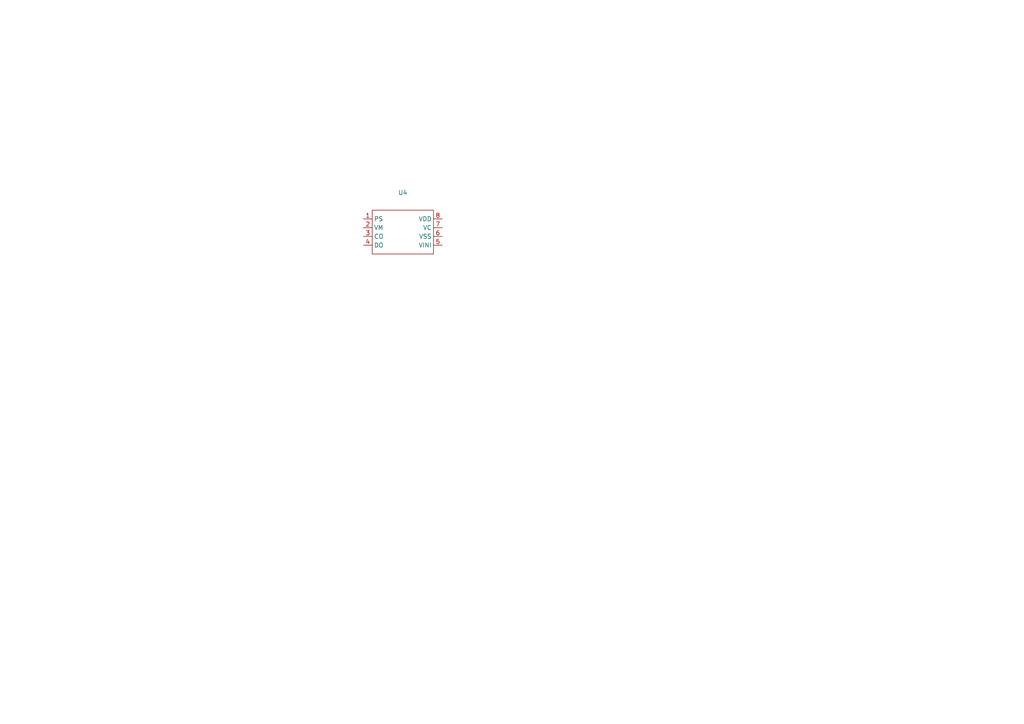
<source format=kicad_sch>
(kicad_sch (version 20231120) (generator "eeschema") (generator_version "8.0")
  (paper "A4")
  (lib_symbols
    (symbol "Battery_Management:S-82A2BAA-A8T2U"
      (property "Reference" "U" (at 0 0 0))
      (property "Value" "S-82A2BAA-A8T2U" (at 0.254 -7.62 0))
      (symbol "S-82A2BAA-A8T2U_0_1"
        (rectangle (start 8.89 -6.35) (end -8.89 6.35))
      )
      (symbol "S-82A2BAA-A8T2U_1_0"
        (pin input line (at -11.43 3.81 0) (length 2.54) (name "PS") (number "1"))
        (pin input line (at -11.43 1.27 0) (length 2.54) (name "VM") (number "2"))
        (pin input line (at -11.43 -1.27 0) (length 2.54) (name "CO") (number "3"))
        (pin input line (at -11.43 -3.81 0) (length 2.54) (name "DO") (number "4"))
        (pin input line (at 11.43 -3.81 180) (length 2.54) (name "VINI") (number "5"))
        (pin input line (at 11.43 -1.27 180) (length 2.54) (name "VSS") (number "6"))
        (pin input line (at 11.43 1.27 180) (length 2.54) (name "VC") (number "7"))
        (pin input line (at 11.43 3.81 180) (length 2.54) (name "VDD") (number "8"))
      )
    )
  )
  (symbol (lib_id "Battery_Management:S-82A2BAA-A8T2U") (at 116.84 67.31 0) (unit 1)
    (property "Reference" "U4" (at 116.84 55.88 0))
    (property "Value" "S-82A2BAA-A8T2U" (effects (hide yes)))
    (property "Footprint" "SamacSys_Parts:S82B2AAAA8T2U" (effects (hide yes)))
    (property "Datasheet" "https://www.ablic.com/en/doc/datasheet/battery_protection/S82A2A_B_C_E.pdf" (effects (hide yes)))
  )
)
</source>
